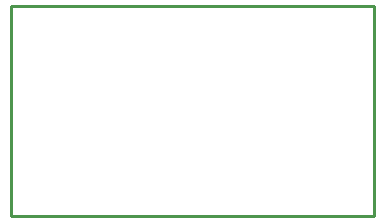
<source format=gbr>
G04 start of page 4 for group 2 idx 2 *
G04 Title: led, outline *
G04 Creator: pcb 20140316 *
G04 CreationDate: Fri 12 Jan 2018 06:22:56 AM GMT UTC *
G04 For: brian *
G04 Format: Gerber/RS-274X *
G04 PCB-Dimensions (mil): 6000.00 5000.00 *
G04 PCB-Coordinate-Origin: lower left *
%MOIN*%
%FSLAX25Y25*%
%LNOUTLINE*%
%ADD39C,0.0100*%
G54D39*X48000Y444000D02*X169000D01*
Y374000D02*X48000D01*
Y444000D01*
X169000D02*Y374000D01*
M02*

</source>
